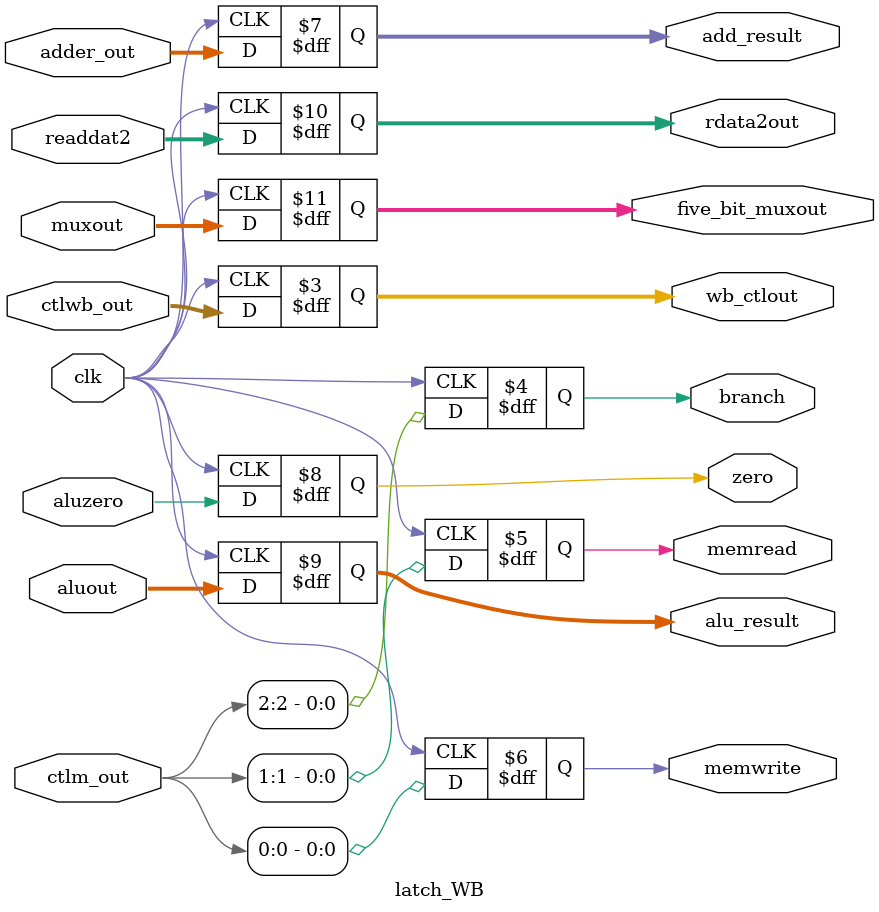
<source format=v>
`timescale 1ns / 1ps
/*
This is the latch that receives signals form all the modules of the execute stage. Its outputs go to MEM/WB and FETCH.
*/
module latch_WB(
    input wire clk,
    input wire [1:0] ctlwb_out,
    input wire [2:0] ctlm_out,
    input wire [31:0] adder_out,
    input wire aluzero,
    input wire [31:0] aluout, readdat2,
    input wire [4:0] muxout,
    output reg [1:0] wb_ctlout,
    output reg branch, memread, memwrite, //output of M control line from ID/EX latch
    output reg [31:0] add_result,
    output reg zero,
    output reg [31:0] alu_result, rdata2out,
    output reg [4:0] five_bit_muxout
    );
    initial begin
        wb_ctlout = 0; 
        branch = 0;
        memread = 0; 
        memwrite = 0;
        add_result = 0;
        zero = 0;
        alu_result = 0;
        rdata2out = 0;
        five_bit_muxout = 0;
    end
    always@(posedge clk)
        begin
        wb_ctlout = ctlwb_out;
        branch = ctlm_out[2];    
        memread = ctlm_out[1];       
        memwrite = ctlm_out[0];     
                                                  
        add_result = adder_out;   
        zero = aluzero;
        alu_result = aluout;
        rdata2out = readdat2;
        five_bit_muxout <= muxout;
    end
    endmodule // ex_mem

</source>
